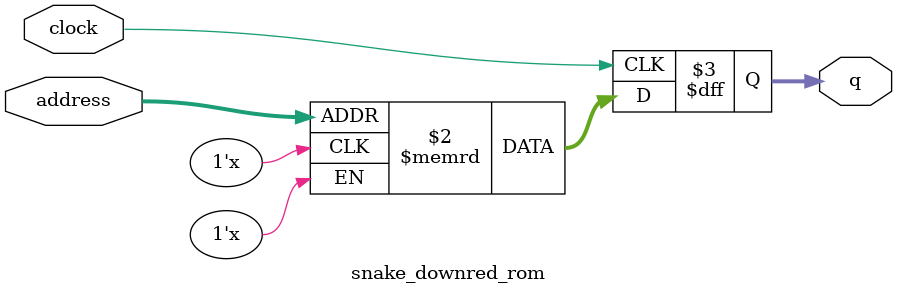
<source format=sv>
module snake_downred_rom (
	input logic clock,
	input logic [9:0] address,
	output logic [3:0] q
);

logic [3:0] memory [0:944] /* synthesis ram_init_file = "./snake_downred.mif" */;

always_ff @ (posedge clock) begin
	q <= memory[address];
end

endmodule

</source>
